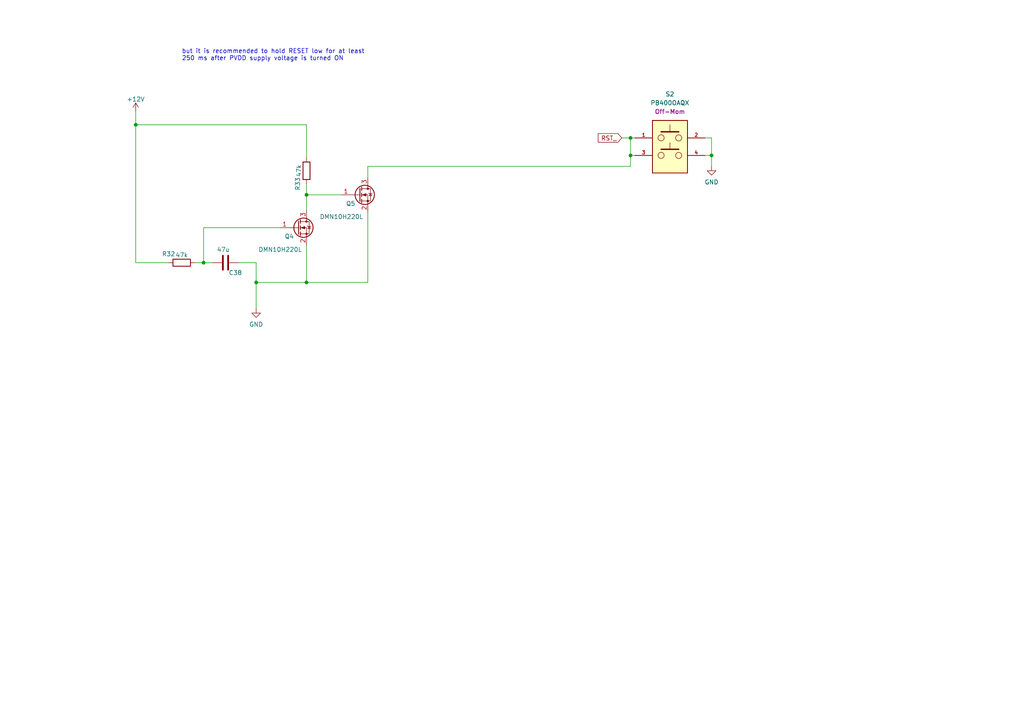
<source format=kicad_sch>
(kicad_sch (version 20231120) (generator "eeschema") (generator_version "8.0")
  (paper "A4")
  (lib_symbols
    (symbol "Device:C" (pin_numbers hide) (pin_names (offset 0.254))
      (property "Reference" "C" (at 0.635 2.54 0))
      (property "Value" "C" (at 0.635 -2.54 0))
      (symbol "C_0_1"
        (polyline (pts (xy -2.032 -0.762) (xy 2.032 -0.762)) (stroke (width 0.508)))
        (polyline (pts (xy -2.032 0.762) (xy 2.032 0.762)) (stroke (width 0.508)))
      )
      (symbol "C_1_1"
        (pin passive line (at 0 3.81 270) (length 2.794) (name "~") (number "1"))
        (pin passive line (at 0 -3.81 90) (length 2.794) (name "~") (number "2"))
      )
    )
    (symbol "Device:R" (pin_numbers hide) (pin_names (offset 0))
      (property "Reference" "R" (at 2.032 0 90))
      (property "Value" "R" (at 0 0 90))
      (symbol "R_0_1"
        (rectangle (start -1.016 -2.54) (end 1.016 2.54) (stroke (width 0.254)))
      )
      (symbol "R_1_1"
        (pin passive line (at 0 3.81 270) (length 1.27) (name "~") (number "1"))
        (pin passive line (at 0 -3.81 90) (length 1.27) (name "~") (number "2"))
      )
    )
    (symbol "Eli_v6Lib:PB400OAQX" (pin_names (offset 1.016))
      (property "Reference" "S" (at -5.0853 8.7721 0))
      (property "Value" "PB400OAQX" (at -5.0849 -10.1697 0))
      (property "Function" "Off-Mom" (at 0 -6.35 0))
      (symbol "PB400OAQX_0_0"
        (rectangle (start -5.08 -7.62) (end 5.08 7.62) (stroke (width 0.254)) (fill (type background)))
        (circle (center -2.5654 -2.5146) (radius 0.889) (stroke (width 0.1524)))
        (circle (center -2.5654 2.5654) (radius 0.889) (stroke (width 0.1524)))
        (polyline (pts (xy -2.54 -0.762) (xy 2.54 -0.762)) (stroke (width 0.4064)))
        (polyline (pts (xy -2.54 4.318) (xy 2.54 4.318)) (stroke (width 0.4064)))
        (polyline (pts (xy 0 1.143) (xy 0 -0.889)) (stroke (width 0.1524)))
        (polyline (pts (xy 0 6.35) (xy 0 4.191)) (stroke (width 0.1524)))
        (circle (center 2.54 -2.54) (radius 0.889) (stroke (width 0.1524)))
        (circle (center 2.54 2.54) (radius 0.889) (stroke (width 0.1524)))
        (pin passive line (at -10.16 2.54 0) (length 5.08) (name "~") (number "1"))
        (pin passive line (at 10.16 2.54 180) (length 5.08) (name "~") (number "2"))
        (pin passive line (at -10.16 -2.54 0) (length 5.08) (name "~") (number "3"))
        (pin passive line (at 10.16 -2.54 180) (length 5.08) (name "~") (number "4"))
      )
    )
    (symbol "Transistor_FET:DMN10H220L" (pin_names hide)
      (property "Reference" "Q" (at 5.08 1.905 0))
      (property "Value" "DMN10H220L" (at 5.08 0 0))
      (symbol "DMN10H220L_0_1"
        (polyline (pts (xy 0.254 0) (xy -2.54 0)))
        (polyline (pts (xy 0.254 1.905) (xy 0.254 -1.905)) (stroke (width 0.254)))
        (polyline (pts (xy 0.762 -1.27) (xy 0.762 -2.286)) (stroke (width 0.254)))
        (polyline (pts (xy 0.762 0.508) (xy 0.762 -0.508)) (stroke (width 0.254)))
        (polyline (pts (xy 0.762 2.286) (xy 0.762 1.27)) (stroke (width 0.254)))
        (polyline (pts (xy 2.54 2.54) (xy 2.54 1.778)))
        (polyline (pts (xy 2.54 -2.54) (xy 2.54 0) (xy 0.762 0)))
        (polyline (pts (xy 0.762 -1.778) (xy 3.302 -1.778) (xy 3.302 1.778) (xy 0.762 1.778)))
        (polyline (pts (xy 1.016 0) (xy 2.032 0.381) (xy 2.032 -0.381) (xy 1.016 0)) (fill (type outline)))
        (polyline (pts (xy 2.794 0.508) (xy 2.921 0.381) (xy 3.683 0.381) (xy 3.81 0.254)))
        (polyline (pts (xy 3.302 0.381) (xy 2.921 -0.254) (xy 3.683 -0.254) (xy 3.302 0.381)))
        (circle (center 1.651 0) (radius 2.794) (stroke (width 0.254)))
        (circle (center 2.54 -1.778) (radius 0.254) (fill (type outline)))
        (circle (center 2.54 1.778) (radius 0.254) (fill (type outline)))
      )
      (symbol "DMN10H220L_1_1"
        (pin input line (at -5.08 0 0) (length 2.54) (name "G") (number "1"))
        (pin passive line (at 2.54 -5.08 90) (length 2.54) (name "S") (number "2"))
        (pin passive line (at 2.54 5.08 270) (length 2.54) (name "D") (number "3"))
      )
    )
    (symbol "power:+12V" (power) (pin_names (offset 0))
      (property "Value" "+12V" (at 0 3.556 0))
      (symbol "+12V_0_1"
        (polyline (pts (xy -0.762 1.27) (xy 0 2.54)))
        (polyline (pts (xy 0 0) (xy 0 2.54)))
        (polyline (pts (xy 0 2.54) (xy 0.762 1.27)))
      )
      (symbol "+12V_1_1"
        (pin power_in line (at 0 0 90) (length 0) hide (name "+12V") (number "1"))
      )
    )
    (symbol "power:GND" (power) (pin_names (offset 0))
      (property "Value" "GND" (at 0 -3.81 0))
      (symbol "GND_0_1"
        (polyline (pts (xy 0 0) (xy 0 -1.27) (xy 1.27 -1.27) (xy 0 -2.54) (xy -1.27 -1.27) (xy 0 -1.27)))
      )
      (symbol "GND_1_1"
        (pin power_in line (at 0 0 270) (length 0) hide (name "GND") (number "1"))
      )
    )
  )
  (junction (at 88.9 56.515))
  (junction (at 59.055 76.2))
  (junction (at 74.295 81.915))
  (junction (at 206.375 45.085))
  (junction (at 182.88 40.005))
  (junction (at 39.37 36.195))
  (junction (at 88.9 81.915))
  (junction (at 182.88 45.085))
  (wire (pts (xy 182.88 40.005) (xy 182.88 45.085)))
  (wire (pts (xy 106.68 51.435) (xy 106.68 48.26)))
  (wire (pts (xy 56.515 76.2) (xy 59.055 76.2)))
  (wire (pts (xy 206.375 45.085) (xy 206.375 48.26)))
  (wire (pts (xy 88.9 81.915) (xy 74.295 81.915)))
  (wire (pts (xy 206.375 40.005) (xy 206.375 45.085)))
  (wire (pts (xy 81.28 66.04) (xy 59.055 66.04)))
  (wire (pts (xy 88.9 53.34) (xy 88.9 56.515)))
  (wire (pts (xy 39.37 36.195) (xy 88.9 36.195)))
  (wire (pts (xy 88.9 56.515) (xy 99.06 56.515)))
  (wire (pts (xy 59.055 66.04) (xy 59.055 76.2)))
  (wire (pts (xy 74.295 81.915) (xy 74.295 89.535)))
  (wire (pts (xy 184.15 45.085) (xy 182.88 45.085)))
  (wire (pts (xy 88.9 71.12) (xy 88.9 81.915)))
  (wire (pts (xy 74.295 76.2) (xy 74.295 81.915)))
  (wire (pts (xy 39.37 32.385) (xy 39.37 36.195)))
  (wire (pts (xy 39.37 36.195) (xy 39.37 76.2)))
  (wire (pts (xy 59.055 76.2) (xy 61.595 76.2)))
  (wire (pts (xy 204.47 40.005) (xy 206.375 40.005)))
  (wire (pts (xy 106.68 81.915) (xy 88.9 81.915)))
  (wire (pts (xy 106.68 48.26) (xy 182.88 48.26)))
  (wire (pts (xy 88.9 45.72) (xy 88.9 36.195)))
  (wire (pts (xy 106.68 61.595) (xy 106.68 81.915)))
  (wire (pts (xy 182.88 40.005) (xy 184.15 40.005)))
  (wire (pts (xy 69.215 76.2) (xy 74.295 76.2)))
  (wire (pts (xy 88.9 56.515) (xy 88.9 60.96)))
  (wire (pts (xy 180.34 40.005) (xy 182.88 40.005)))
  (wire (pts (xy 39.37 76.2) (xy 48.895 76.2)))
  (wire (pts (xy 182.88 48.26) (xy 182.88 45.085)))
  (wire (pts (xy 204.47 45.085) (xy 206.375 45.085)))
  (text "but it is recommended to hold RESET low for at least\n250 ms after PVDD supply voltage is turned ON" (at 52.705 17.78 0) (effects (font (size 1.27 1.27)) (justify left bottom)))
  (global_label "RST_" (shape input) (at 180.34 40.005 180) (property "Intersheetrefs" "${INTERSHEET_REFS}" (effects (hide yes))))
  (symbol (lib_id "Device:R") (at 88.9 49.53 180) (unit 1)
    (property "Reference" "R33" (at 86.36 53.34 90))
    (property "Value" "47k" (at 86.6926 49.53 90))
    (property "Footprint" "Resistor_SMD:R_0805_2012Metric" (effects (hide yes)))
  )
  (symbol (lib_id "Device:R") (at 52.705 76.2 90) (unit 1)
    (property "Reference" "R32" (at 48.895 73.66 90))
    (property "Value" "47k" (at 52.705 73.9926 90))
    (property "Footprint" "Resistor_SMD:R_0805_2012Metric" (effects (hide yes)))
  )
  (symbol (lib_id "Eli_v6Lib:PB400OAQX") (at 194.31 42.545 0) (unit 1)
    (property "Reference" "S2" (at 194.31 27.305 0))
    (property "Value" "PB400OAQX" (at 194.31 29.845 0))
    (property "Footprint" "Eli_Lib:SW_PB400EEQX" (effects (hide yes)))
    (property "PARTREV" "NA" (effects (hide yes)))
    (property "STANDARD" "Manufacturer Recommednation" (effects (hide yes)))
    (property "MANUFACTURER" "E-Switch" (effects (hide yes)))
    (property "Function" "Off-Mom" (at 194.31 32.385 0))
  )
  (symbol (lib_id "power:GND") (at 74.295 89.535 0) (unit 1)
    (property "Reference" "#PWR0161" (effects (hide yes)))
    (property "Value" "GND" (at 74.295 94.0975 0))
  )
  (symbol (lib_id "Transistor_FET:DMN10H220L") (at 104.14 56.515 0) (unit 1)
    (property "Reference" "Q5" (at 100.33 59.055 0) (effects (justify left)))
    (property "Value" "DMN10H220L" (at 92.71 62.865 0) (effects (justify left)))
    (property "Footprint" "Package_TO_SOT_SMD:SOT-23" (effects (hide yes)))
    (property "Datasheet" "http://www.diodes.com/assets/Datasheets/DMN10H220L.pdf" (effects (hide yes)))
  )
  (symbol (lib_id "power:+12V") (at 39.37 32.385 0) (unit 1)
    (property "Reference" "#PWR0162" (effects (hide yes)))
    (property "Value" "+12V" (at 39.37 28.7805 0))
  )
  (symbol (lib_id "power:GND") (at 206.375 48.26 0) (unit 1)
    (property "Reference" "#PWR0160" (effects (hide yes)))
    (property "Value" "GND" (at 206.375 52.8225 0))
  )
  (symbol (lib_id "Transistor_FET:DMN10H220L") (at 86.36 66.04 0) (unit 1)
    (property "Reference" "Q4" (at 82.55 68.58 0) (effects (justify left)))
    (property "Value" "DMN10H220L" (at 74.93 72.39 0) (effects (justify left)))
    (property "Footprint" "Package_TO_SOT_SMD:SOT-23" (effects (hide yes)))
    (property "Datasheet" "http://www.diodes.com/assets/Datasheets/DMN10H220L.pdf" (effects (hide yes)))
  )
  (symbol (lib_id "Device:C") (at 65.405 76.2 270) (unit 1)
    (property "Reference" "C38" (at 66.3135 79.121 90) (effects (justify left)))
    (property "Value" "47u" (at 62.865 72.39 90) (effects (justify left)))
    (property "Footprint" "Capacitor_SMD:C_1206_3216Metric_Pad1.33x1.80mm_HandSolder" (effects (hide yes)))
  )
)
</source>
